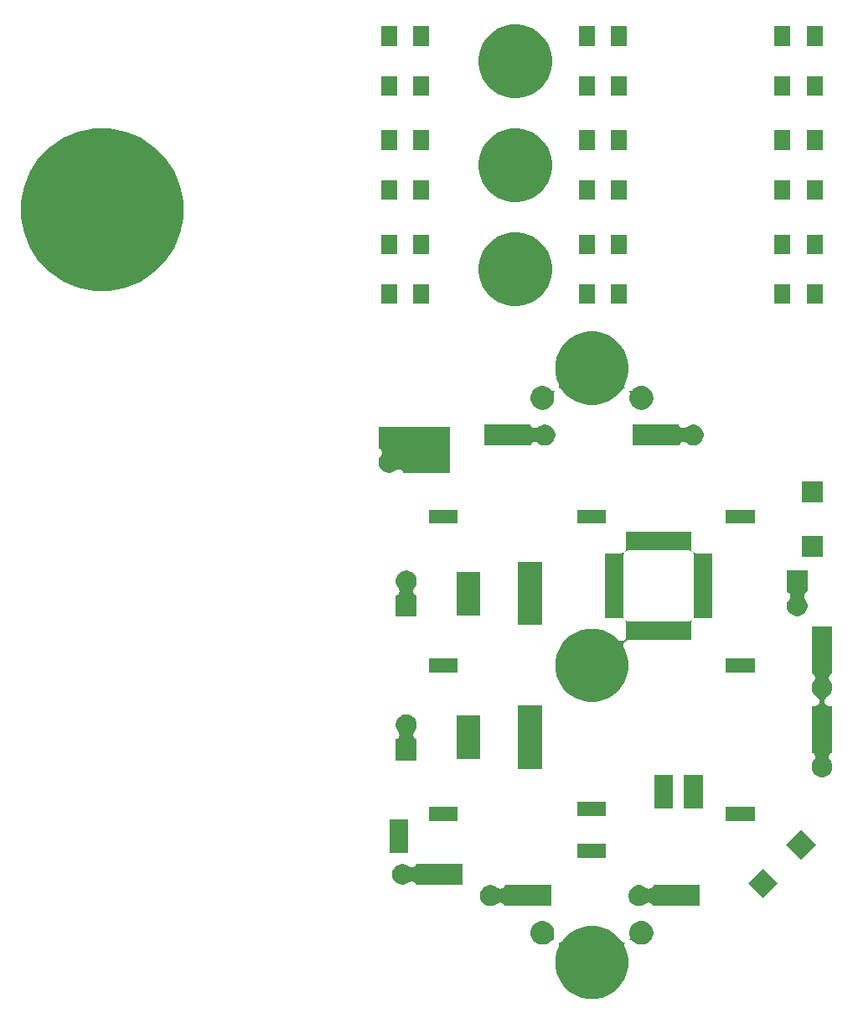
<source format=gbr>
G04 #@! TF.GenerationSoftware,KiCad,Pcbnew,(5.0.0-3-g5ebb6b6)*
G04 #@! TF.CreationDate,2019-01-04T13:26:37+03:00*
G04 #@! TF.ProjectId,uad,7561642E6B696361645F706362000000,rev?*
G04 #@! TF.SameCoordinates,Original*
G04 #@! TF.FileFunction,Soldermask,Top*
G04 #@! TF.FilePolarity,Negative*
%FSLAX46Y46*%
G04 Gerber Fmt 4.6, Leading zero omitted, Abs format (unit mm)*
G04 Created by KiCad (PCBNEW (5.0.0-3-g5ebb6b6)) date *
%MOMM*%
%LPD*%
G01*
G04 APERTURE LIST*
%ADD10C,0.100000*%
G04 APERTURE END LIST*
D10*
G36*
X145829250Y-138942189D02*
X146502607Y-139221102D01*
X147108613Y-139626022D01*
X147623978Y-140141387D01*
X147693851Y-140245959D01*
X147694185Y-140246460D01*
X147756366Y-140322229D01*
X147832134Y-140384410D01*
X147918577Y-140430615D01*
X148012374Y-140459068D01*
X148109919Y-140468676D01*
X148117803Y-140467900D01*
X148091795Y-140516557D01*
X148063342Y-140610354D01*
X148053735Y-140707899D01*
X148063342Y-140805444D01*
X148091795Y-140899240D01*
X148307811Y-141420750D01*
X148450000Y-142135582D01*
X148450000Y-142864418D01*
X148307811Y-143579250D01*
X148028898Y-144252607D01*
X147623978Y-144858613D01*
X147108613Y-145373978D01*
X146502607Y-145778898D01*
X145829250Y-146057811D01*
X145114418Y-146200000D01*
X144385582Y-146200000D01*
X143670750Y-146057811D01*
X142997393Y-145778898D01*
X142391387Y-145373978D01*
X141876022Y-144858613D01*
X141471102Y-144252607D01*
X141192189Y-143579250D01*
X141050000Y-142864418D01*
X141050000Y-142135582D01*
X141192189Y-141420750D01*
X141408205Y-140899240D01*
X141436658Y-140805444D01*
X141446265Y-140707899D01*
X141436658Y-140610353D01*
X141408205Y-140516557D01*
X141382197Y-140467900D01*
X141390081Y-140468676D01*
X141487626Y-140459068D01*
X141581423Y-140430615D01*
X141667866Y-140384410D01*
X141743634Y-140322229D01*
X141805815Y-140246460D01*
X141806150Y-140245959D01*
X141876022Y-140141387D01*
X142391387Y-139626022D01*
X142997393Y-139221102D01*
X143670750Y-138942189D01*
X144385582Y-138800000D01*
X145114418Y-138800000D01*
X145829250Y-138942189D01*
X145829250Y-138942189D01*
G37*
G36*
X139960925Y-138318446D02*
X140100030Y-138346116D01*
X140318413Y-138436573D01*
X140514958Y-138567900D01*
X140682100Y-138735042D01*
X140813427Y-138931587D01*
X140903884Y-139149970D01*
X140950000Y-139381812D01*
X140950000Y-139618189D01*
X140899687Y-139871132D01*
X140890080Y-139968677D01*
X140899688Y-140066222D01*
X140928141Y-140160019D01*
X140954149Y-140208675D01*
X140946265Y-140207899D01*
X140848719Y-140217506D01*
X140754923Y-140245959D01*
X140668480Y-140292164D01*
X140592712Y-140354346D01*
X140514958Y-140432100D01*
X140318413Y-140563427D01*
X140100030Y-140653884D01*
X139960925Y-140681554D01*
X139868190Y-140700000D01*
X139631810Y-140700000D01*
X139539075Y-140681554D01*
X139399970Y-140653884D01*
X139181587Y-140563427D01*
X138985042Y-140432100D01*
X138817900Y-140264958D01*
X138686573Y-140068413D01*
X138596116Y-139850030D01*
X138568446Y-139710925D01*
X138550000Y-139618190D01*
X138550000Y-139381810D01*
X138581967Y-139221102D01*
X138596116Y-139149970D01*
X138686573Y-138931587D01*
X138817900Y-138735042D01*
X138985042Y-138567900D01*
X139181587Y-138436573D01*
X139399970Y-138346116D01*
X139539075Y-138318446D01*
X139631810Y-138300000D01*
X139868190Y-138300000D01*
X139960925Y-138318446D01*
X139960925Y-138318446D01*
G37*
G36*
X149960925Y-138318446D02*
X150100030Y-138346116D01*
X150318413Y-138436573D01*
X150514958Y-138567900D01*
X150682100Y-138735042D01*
X150813427Y-138931587D01*
X150903884Y-139149970D01*
X150918033Y-139221102D01*
X150950000Y-139381810D01*
X150950000Y-139618190D01*
X150931554Y-139710925D01*
X150903884Y-139850030D01*
X150813427Y-140068413D01*
X150682100Y-140264958D01*
X150514958Y-140432100D01*
X150318413Y-140563427D01*
X150100030Y-140653884D01*
X149960925Y-140681554D01*
X149868190Y-140700000D01*
X149631810Y-140700000D01*
X149539075Y-140681554D01*
X149399970Y-140653884D01*
X149181587Y-140563427D01*
X148985042Y-140432100D01*
X148907288Y-140354346D01*
X148831520Y-140292164D01*
X148745077Y-140245959D01*
X148651280Y-140217506D01*
X148553735Y-140207899D01*
X148545851Y-140208675D01*
X148571859Y-140160019D01*
X148600312Y-140066222D01*
X148609920Y-139968677D01*
X148600313Y-139871132D01*
X148550000Y-139618189D01*
X148550000Y-139381812D01*
X148596116Y-139149970D01*
X148686573Y-138931587D01*
X148817900Y-138735042D01*
X148985042Y-138567900D01*
X149181587Y-138436573D01*
X149399970Y-138346116D01*
X149539075Y-138318446D01*
X149631810Y-138300000D01*
X149868190Y-138300000D01*
X149960925Y-138318446D01*
X149960925Y-138318446D01*
G37*
G36*
X149806274Y-134740350D02*
X149997362Y-134819502D01*
X150169336Y-134934411D01*
X150169337Y-134934412D01*
X150208014Y-134960255D01*
X150212215Y-134963703D01*
X150298658Y-135009908D01*
X150392455Y-135038361D01*
X150490000Y-135047968D01*
X150587545Y-135038361D01*
X150681342Y-135009908D01*
X150767785Y-134963703D01*
X150843553Y-134901521D01*
X150905735Y-134825753D01*
X150951940Y-134739310D01*
X150963865Y-134700000D01*
X155630000Y-134700000D01*
X155630000Y-136800000D01*
X150963865Y-136800000D01*
X150951940Y-136760690D01*
X150905735Y-136674247D01*
X150843553Y-136598479D01*
X150767785Y-136536297D01*
X150681342Y-136490092D01*
X150587545Y-136461639D01*
X150490000Y-136452032D01*
X150392455Y-136461639D01*
X150298658Y-136490092D01*
X150212215Y-136536297D01*
X150208014Y-136539745D01*
X150169337Y-136565588D01*
X150169336Y-136565589D01*
X149997362Y-136680498D01*
X149806274Y-136759650D01*
X149603416Y-136800000D01*
X149396584Y-136800000D01*
X149193726Y-136759650D01*
X149002638Y-136680498D01*
X148830664Y-136565589D01*
X148830662Y-136565587D01*
X148830659Y-136565585D01*
X148684415Y-136419341D01*
X148684413Y-136419338D01*
X148684411Y-136419336D01*
X148569502Y-136247362D01*
X148490350Y-136056274D01*
X148450000Y-135853416D01*
X148450000Y-135646584D01*
X148490350Y-135443726D01*
X148569502Y-135252638D01*
X148684411Y-135080664D01*
X148684413Y-135080662D01*
X148684415Y-135080659D01*
X148830659Y-134934415D01*
X148830662Y-134934413D01*
X148830664Y-134934411D01*
X149002638Y-134819502D01*
X149193726Y-134740350D01*
X149396584Y-134700000D01*
X149603416Y-134700000D01*
X149806274Y-134740350D01*
X149806274Y-134740350D01*
G37*
G36*
X134806274Y-134740350D02*
X134997362Y-134819502D01*
X135169336Y-134934411D01*
X135169337Y-134934412D01*
X135208014Y-134960255D01*
X135212215Y-134963703D01*
X135298658Y-135009908D01*
X135392455Y-135038361D01*
X135490000Y-135047968D01*
X135587545Y-135038361D01*
X135681342Y-135009908D01*
X135767785Y-134963703D01*
X135843553Y-134901521D01*
X135905735Y-134825753D01*
X135951940Y-134739310D01*
X135963865Y-134700000D01*
X140630000Y-134700000D01*
X140630000Y-136800000D01*
X135963865Y-136800000D01*
X135951940Y-136760690D01*
X135905735Y-136674247D01*
X135843553Y-136598479D01*
X135767785Y-136536297D01*
X135681342Y-136490092D01*
X135587545Y-136461639D01*
X135490000Y-136452032D01*
X135392455Y-136461639D01*
X135298658Y-136490092D01*
X135212215Y-136536297D01*
X135208014Y-136539745D01*
X135169337Y-136565588D01*
X135169336Y-136565589D01*
X134997362Y-136680498D01*
X134806274Y-136759650D01*
X134603416Y-136800000D01*
X134396584Y-136800000D01*
X134193726Y-136759650D01*
X134002638Y-136680498D01*
X133830664Y-136565589D01*
X133830662Y-136565587D01*
X133830659Y-136565585D01*
X133684415Y-136419341D01*
X133684413Y-136419338D01*
X133684411Y-136419336D01*
X133569502Y-136247362D01*
X133490350Y-136056274D01*
X133450000Y-135853416D01*
X133450000Y-135646584D01*
X133490350Y-135443726D01*
X133569502Y-135252638D01*
X133684411Y-135080664D01*
X133684413Y-135080662D01*
X133684415Y-135080659D01*
X133830659Y-134934415D01*
X133830662Y-134934413D01*
X133830664Y-134934411D01*
X134002638Y-134819502D01*
X134193726Y-134740350D01*
X134396584Y-134700000D01*
X134603416Y-134700000D01*
X134806274Y-134740350D01*
X134806274Y-134740350D01*
G37*
G36*
X163484925Y-134500000D02*
X162000000Y-135984925D01*
X160515075Y-134500000D01*
X162000000Y-133015075D01*
X163484925Y-134500000D01*
X163484925Y-134500000D01*
G37*
G36*
X125906274Y-132590350D02*
X126097362Y-132669502D01*
X126269336Y-132784411D01*
X126269338Y-132784413D01*
X126272216Y-132786336D01*
X126358660Y-132832540D01*
X126452456Y-132860993D01*
X126550002Y-132870600D01*
X126647547Y-132860992D01*
X126741343Y-132832539D01*
X126827786Y-132786334D01*
X126903554Y-132724152D01*
X126965736Y-132648384D01*
X127011940Y-132561940D01*
X127015562Y-132550000D01*
X131650000Y-132550000D01*
X131650000Y-134650000D01*
X127015563Y-134650000D01*
X127011940Y-134638058D01*
X126965735Y-134551615D01*
X126903553Y-134475847D01*
X126827785Y-134413665D01*
X126741342Y-134367460D01*
X126647545Y-134339007D01*
X126550000Y-134329400D01*
X126452455Y-134339007D01*
X126358658Y-134367460D01*
X126272216Y-134413664D01*
X126269338Y-134415587D01*
X126269336Y-134415589D01*
X126097362Y-134530498D01*
X125906274Y-134609650D01*
X125703416Y-134650000D01*
X125496584Y-134650000D01*
X125293726Y-134609650D01*
X125102638Y-134530498D01*
X124930664Y-134415589D01*
X124930662Y-134415587D01*
X124930659Y-134415585D01*
X124784415Y-134269341D01*
X124784413Y-134269338D01*
X124784411Y-134269336D01*
X124669502Y-134097362D01*
X124590350Y-133906274D01*
X124550000Y-133703416D01*
X124550000Y-133496584D01*
X124590350Y-133293726D01*
X124669502Y-133102638D01*
X124784411Y-132930664D01*
X124784413Y-132930662D01*
X124784415Y-132930659D01*
X124930659Y-132784415D01*
X124930662Y-132784413D01*
X124930664Y-132784411D01*
X125102638Y-132669502D01*
X125293726Y-132590350D01*
X125496584Y-132550000D01*
X125703416Y-132550000D01*
X125906274Y-132590350D01*
X125906274Y-132590350D01*
G37*
G36*
X167374012Y-130610913D02*
X165889087Y-132095838D01*
X164404162Y-130610913D01*
X165889087Y-129125988D01*
X167374012Y-130610913D01*
X167374012Y-130610913D01*
G37*
G36*
X146200000Y-131950000D02*
X143300000Y-131950000D01*
X143300000Y-130550000D01*
X146200000Y-130550000D01*
X146200000Y-131950000D01*
X146200000Y-131950000D01*
G37*
G36*
X126200000Y-131450000D02*
X124300000Y-131450000D01*
X124300000Y-128050000D01*
X126200000Y-128050000D01*
X126200000Y-131450000D01*
X126200000Y-131450000D01*
G37*
G36*
X161200000Y-128200000D02*
X158300000Y-128200000D01*
X158300000Y-126800000D01*
X161200000Y-126800000D01*
X161200000Y-128200000D01*
X161200000Y-128200000D01*
G37*
G36*
X131200000Y-128200000D02*
X128300000Y-128200000D01*
X128300000Y-126800000D01*
X131200000Y-126800000D01*
X131200000Y-128200000D01*
X131200000Y-128200000D01*
G37*
G36*
X146200000Y-127700000D02*
X143300000Y-127700000D01*
X143300000Y-126300000D01*
X146200000Y-126300000D01*
X146200000Y-127700000D01*
X146200000Y-127700000D01*
G37*
G36*
X155950000Y-126950000D02*
X154050000Y-126950000D01*
X154050000Y-123550000D01*
X155950000Y-123550000D01*
X155950000Y-126950000D01*
X155950000Y-126950000D01*
G37*
G36*
X152950000Y-126950000D02*
X151050000Y-126950000D01*
X151050000Y-123550000D01*
X152950000Y-123550000D01*
X152950000Y-126950000D01*
X152950000Y-126950000D01*
G37*
G36*
X169050000Y-113286135D02*
X169010690Y-113298060D01*
X168924247Y-113344265D01*
X168848479Y-113406447D01*
X168786297Y-113482215D01*
X168740092Y-113568658D01*
X168711639Y-113662455D01*
X168702032Y-113760000D01*
X168711639Y-113857545D01*
X168740092Y-113951342D01*
X168786297Y-114037785D01*
X168789745Y-114041986D01*
X168815588Y-114080663D01*
X168815589Y-114080664D01*
X168930498Y-114252638D01*
X169009650Y-114443726D01*
X169050000Y-114646584D01*
X169050000Y-114853416D01*
X169009650Y-115056274D01*
X168930498Y-115247362D01*
X168815589Y-115419336D01*
X168815587Y-115419338D01*
X168815585Y-115419341D01*
X168669341Y-115565585D01*
X168669338Y-115565587D01*
X168669336Y-115565589D01*
X168497362Y-115680498D01*
X168497358Y-115680500D01*
X168461792Y-115704264D01*
X168386024Y-115766446D01*
X168323842Y-115842214D01*
X168277637Y-115928657D01*
X168249184Y-116022453D01*
X168239576Y-116119999D01*
X168249183Y-116217544D01*
X168277636Y-116311340D01*
X168323840Y-116397784D01*
X168386022Y-116473552D01*
X168461790Y-116535734D01*
X168548233Y-116581939D01*
X168642029Y-116610392D01*
X168739576Y-116620000D01*
X169050000Y-116620000D01*
X169050000Y-121286135D01*
X169010690Y-121298060D01*
X168924247Y-121344265D01*
X168848479Y-121406447D01*
X168786297Y-121482215D01*
X168740092Y-121568658D01*
X168711639Y-121662455D01*
X168702032Y-121760000D01*
X168711639Y-121857545D01*
X168740092Y-121951342D01*
X168786297Y-122037785D01*
X168789745Y-122041986D01*
X168815588Y-122080663D01*
X168815589Y-122080664D01*
X168930498Y-122252638D01*
X169009650Y-122443726D01*
X169050000Y-122646584D01*
X169050000Y-122853416D01*
X169009650Y-123056274D01*
X168930498Y-123247362D01*
X168815589Y-123419336D01*
X168815587Y-123419338D01*
X168815585Y-123419341D01*
X168669341Y-123565585D01*
X168669338Y-123565587D01*
X168669336Y-123565589D01*
X168497362Y-123680498D01*
X168306274Y-123759650D01*
X168103416Y-123800000D01*
X167896584Y-123800000D01*
X167693726Y-123759650D01*
X167502638Y-123680498D01*
X167330664Y-123565589D01*
X167330662Y-123565587D01*
X167330659Y-123565585D01*
X167184415Y-123419341D01*
X167184413Y-123419338D01*
X167184411Y-123419336D01*
X167069502Y-123247362D01*
X166990350Y-123056274D01*
X166950000Y-122853416D01*
X166950000Y-122646584D01*
X166990350Y-122443726D01*
X167069502Y-122252638D01*
X167184411Y-122080664D01*
X167184412Y-122080663D01*
X167210255Y-122041986D01*
X167213703Y-122037785D01*
X167259908Y-121951342D01*
X167288361Y-121857545D01*
X167297968Y-121760000D01*
X167288361Y-121662455D01*
X167259908Y-121568658D01*
X167213703Y-121482215D01*
X167151521Y-121406447D01*
X167075753Y-121344265D01*
X166989310Y-121298060D01*
X166950000Y-121286135D01*
X166950000Y-116620000D01*
X167260424Y-116620000D01*
X167357969Y-116610393D01*
X167451766Y-116581940D01*
X167538209Y-116535735D01*
X167613977Y-116473553D01*
X167676159Y-116397785D01*
X167722364Y-116311342D01*
X167750817Y-116217545D01*
X167760424Y-116120000D01*
X167750817Y-116022455D01*
X167722364Y-115928658D01*
X167676159Y-115842215D01*
X167613977Y-115766447D01*
X167538208Y-115704264D01*
X167502642Y-115680500D01*
X167502638Y-115680498D01*
X167330664Y-115565589D01*
X167330662Y-115565587D01*
X167330659Y-115565585D01*
X167184415Y-115419341D01*
X167184413Y-115419338D01*
X167184411Y-115419336D01*
X167069502Y-115247362D01*
X166990350Y-115056274D01*
X166950000Y-114853416D01*
X166950000Y-114646584D01*
X166990350Y-114443726D01*
X167069502Y-114252638D01*
X167184411Y-114080664D01*
X167184412Y-114080663D01*
X167210255Y-114041986D01*
X167213703Y-114037785D01*
X167259908Y-113951342D01*
X167288361Y-113857545D01*
X167297968Y-113760000D01*
X167288361Y-113662455D01*
X167259908Y-113568658D01*
X167213703Y-113482215D01*
X167151521Y-113406447D01*
X167075753Y-113344265D01*
X166989310Y-113298060D01*
X166950000Y-113286135D01*
X166950000Y-108620000D01*
X169050000Y-108620000D01*
X169050000Y-113286135D01*
X169050000Y-113286135D01*
G37*
G36*
X139700000Y-122950000D02*
X137300000Y-122950000D01*
X137300000Y-116550000D01*
X139700000Y-116550000D01*
X139700000Y-122950000D01*
X139700000Y-122950000D01*
G37*
G36*
X126306274Y-117490350D02*
X126497362Y-117569502D01*
X126669336Y-117684411D01*
X126669338Y-117684413D01*
X126669341Y-117684415D01*
X126815585Y-117830659D01*
X126815587Y-117830662D01*
X126815589Y-117830664D01*
X126930498Y-118002638D01*
X127009650Y-118193726D01*
X127050000Y-118396584D01*
X127050000Y-118603416D01*
X127009650Y-118806274D01*
X126930498Y-118997362D01*
X126821827Y-119160000D01*
X126789745Y-119208014D01*
X126786297Y-119212215D01*
X126740092Y-119298658D01*
X126711639Y-119392455D01*
X126702032Y-119490000D01*
X126711639Y-119587545D01*
X126740092Y-119681342D01*
X126786297Y-119767785D01*
X126848479Y-119843553D01*
X126924247Y-119905735D01*
X127010690Y-119951940D01*
X127050000Y-119963865D01*
X127050000Y-122090000D01*
X124950000Y-122090000D01*
X124950000Y-119963865D01*
X124989310Y-119951940D01*
X125075753Y-119905735D01*
X125151521Y-119843553D01*
X125213703Y-119767785D01*
X125259908Y-119681342D01*
X125288361Y-119587545D01*
X125297968Y-119490000D01*
X125288361Y-119392455D01*
X125259908Y-119298658D01*
X125213703Y-119212215D01*
X125210255Y-119208014D01*
X125178173Y-119160000D01*
X125069502Y-118997362D01*
X124990350Y-118806274D01*
X124950000Y-118603416D01*
X124950000Y-118396584D01*
X124990350Y-118193726D01*
X125069502Y-118002638D01*
X125184411Y-117830664D01*
X125184413Y-117830662D01*
X125184415Y-117830659D01*
X125330659Y-117684415D01*
X125330662Y-117684413D01*
X125330664Y-117684411D01*
X125502638Y-117569502D01*
X125693726Y-117490350D01*
X125896584Y-117450000D01*
X126103416Y-117450000D01*
X126306274Y-117490350D01*
X126306274Y-117490350D01*
G37*
G36*
X133450000Y-121950000D02*
X131050000Y-121950000D01*
X131050000Y-117550000D01*
X133450000Y-117550000D01*
X133450000Y-121950000D01*
X133450000Y-121950000D01*
G37*
G36*
X154859265Y-107947215D02*
X154813060Y-108033658D01*
X154784607Y-108127455D01*
X154775000Y-108225000D01*
X154775000Y-109950000D01*
X148431531Y-109950000D01*
X148333986Y-109959607D01*
X148240189Y-109988060D01*
X148153746Y-110034265D01*
X148077978Y-110096447D01*
X148015796Y-110172215D01*
X147969591Y-110258658D01*
X147941138Y-110352455D01*
X147931531Y-110450000D01*
X147941138Y-110547545D01*
X147969591Y-110641342D01*
X148015797Y-110727786D01*
X148028898Y-110747392D01*
X148028898Y-110747393D01*
X148307811Y-111420750D01*
X148450000Y-112135582D01*
X148450000Y-112864418D01*
X148307811Y-113579250D01*
X148028898Y-114252607D01*
X147623978Y-114858613D01*
X147108613Y-115373978D01*
X146502607Y-115778898D01*
X145829250Y-116057811D01*
X145114418Y-116200000D01*
X144385582Y-116200000D01*
X143670750Y-116057811D01*
X142997393Y-115778898D01*
X142391387Y-115373978D01*
X141876022Y-114858613D01*
X141471102Y-114252607D01*
X141192189Y-113579250D01*
X141050000Y-112864418D01*
X141050000Y-112135582D01*
X141192189Y-111420750D01*
X141471102Y-110747393D01*
X141876022Y-110141387D01*
X142391387Y-109626022D01*
X142997393Y-109221102D01*
X143670750Y-108942189D01*
X144385582Y-108800000D01*
X145114418Y-108800000D01*
X145829250Y-108942189D01*
X146502607Y-109221102D01*
X147108613Y-109626022D01*
X147371447Y-109888856D01*
X147447215Y-109951038D01*
X147533658Y-109997243D01*
X147627455Y-110025696D01*
X147725000Y-110035303D01*
X147822545Y-110025696D01*
X147916342Y-109997243D01*
X148002785Y-109951038D01*
X148078553Y-109888856D01*
X148140735Y-109813088D01*
X148186940Y-109726645D01*
X148215393Y-109632848D01*
X148225000Y-109535303D01*
X148225000Y-108225000D01*
X148215393Y-108127455D01*
X148186940Y-108033658D01*
X148140735Y-107947215D01*
X148122346Y-107924808D01*
X148172215Y-107965735D01*
X148258658Y-108011940D01*
X148352455Y-108040393D01*
X148450000Y-108050000D01*
X154550000Y-108050000D01*
X154647545Y-108040393D01*
X154741342Y-108011940D01*
X154827785Y-107965735D01*
X154877654Y-107924808D01*
X154859265Y-107947215D01*
X154859265Y-107947215D01*
G37*
G36*
X161200000Y-113200000D02*
X158300000Y-113200000D01*
X158300000Y-111800000D01*
X161200000Y-111800000D01*
X161200000Y-113200000D01*
X161200000Y-113200000D01*
G37*
G36*
X131200000Y-113200000D02*
X128300000Y-113200000D01*
X128300000Y-111800000D01*
X131200000Y-111800000D01*
X131200000Y-113200000D01*
X131200000Y-113200000D01*
G37*
G36*
X139700000Y-108450000D02*
X137300000Y-108450000D01*
X137300000Y-102050000D01*
X139700000Y-102050000D01*
X139700000Y-108450000D01*
X139700000Y-108450000D01*
G37*
G36*
X154775000Y-100675000D02*
X154784607Y-100772545D01*
X154813060Y-100866342D01*
X154859265Y-100952785D01*
X154921447Y-101028553D01*
X154997215Y-101090735D01*
X155083658Y-101136940D01*
X155177455Y-101165393D01*
X155275000Y-101175000D01*
X156950000Y-101175000D01*
X156950000Y-107725000D01*
X155275000Y-107725000D01*
X155177455Y-107734607D01*
X155083658Y-107763060D01*
X154997215Y-107809265D01*
X154947346Y-107850192D01*
X154965735Y-107827785D01*
X155011940Y-107741342D01*
X155040393Y-107647545D01*
X155050000Y-107550000D01*
X155050000Y-101400000D01*
X155040393Y-101302455D01*
X155011940Y-101208658D01*
X154965735Y-101122215D01*
X154903553Y-101046447D01*
X154827785Y-100984265D01*
X154741342Y-100938060D01*
X154647545Y-100909607D01*
X154550000Y-100900000D01*
X148450000Y-100900000D01*
X148352455Y-100909607D01*
X148258658Y-100938060D01*
X148172215Y-100984265D01*
X148096447Y-101046447D01*
X148034265Y-101122215D01*
X147988060Y-101208658D01*
X147959607Y-101302455D01*
X147950000Y-101400000D01*
X147950000Y-107550000D01*
X147959607Y-107647545D01*
X147988060Y-107741342D01*
X148034265Y-107827785D01*
X148052654Y-107850192D01*
X148002785Y-107809265D01*
X147916342Y-107763060D01*
X147822545Y-107734607D01*
X147725000Y-107725000D01*
X146050000Y-107725000D01*
X146050000Y-101175000D01*
X147725000Y-101175000D01*
X147822545Y-101165393D01*
X147916342Y-101136940D01*
X148002785Y-101090735D01*
X148078553Y-101028553D01*
X148140735Y-100952785D01*
X148186940Y-100866342D01*
X148215393Y-100772545D01*
X148225000Y-100675000D01*
X148225000Y-99000000D01*
X154775000Y-99000000D01*
X154775000Y-100675000D01*
X154775000Y-100675000D01*
G37*
G36*
X126306274Y-102990350D02*
X126497362Y-103069502D01*
X126669336Y-103184411D01*
X126669338Y-103184413D01*
X126669341Y-103184415D01*
X126815585Y-103330659D01*
X126815587Y-103330662D01*
X126815589Y-103330664D01*
X126930498Y-103502638D01*
X127009650Y-103693726D01*
X127050000Y-103896584D01*
X127050000Y-104103416D01*
X127009650Y-104306274D01*
X126930498Y-104497362D01*
X126815589Y-104669336D01*
X126789745Y-104708014D01*
X126786297Y-104712215D01*
X126740092Y-104798658D01*
X126711639Y-104892455D01*
X126702032Y-104990000D01*
X126711639Y-105087545D01*
X126740092Y-105181342D01*
X126786297Y-105267785D01*
X126848479Y-105343553D01*
X126924247Y-105405735D01*
X127010690Y-105451940D01*
X127050000Y-105463865D01*
X127050000Y-107590000D01*
X124950000Y-107590000D01*
X124950000Y-105463865D01*
X124989310Y-105451940D01*
X125075753Y-105405735D01*
X125151521Y-105343553D01*
X125213703Y-105267785D01*
X125259908Y-105181342D01*
X125288361Y-105087545D01*
X125297968Y-104990000D01*
X125288361Y-104892455D01*
X125259908Y-104798658D01*
X125213703Y-104712215D01*
X125210255Y-104708014D01*
X125184411Y-104669336D01*
X125069502Y-104497362D01*
X124990350Y-104306274D01*
X124950000Y-104103416D01*
X124950000Y-103896584D01*
X124990350Y-103693726D01*
X125069502Y-103502638D01*
X125184411Y-103330664D01*
X125184413Y-103330662D01*
X125184415Y-103330659D01*
X125330659Y-103184415D01*
X125330662Y-103184413D01*
X125330664Y-103184411D01*
X125502638Y-103069502D01*
X125693726Y-102990350D01*
X125896584Y-102950000D01*
X126103416Y-102950000D01*
X126306274Y-102990350D01*
X126306274Y-102990350D01*
G37*
G36*
X166550000Y-105036135D02*
X166510690Y-105048060D01*
X166424247Y-105094265D01*
X166348479Y-105156447D01*
X166286297Y-105232215D01*
X166240092Y-105318658D01*
X166211639Y-105412455D01*
X166202032Y-105510000D01*
X166211639Y-105607545D01*
X166240092Y-105701342D01*
X166286297Y-105787785D01*
X166289745Y-105791986D01*
X166315588Y-105830663D01*
X166315589Y-105830664D01*
X166430498Y-106002638D01*
X166509650Y-106193726D01*
X166550000Y-106396584D01*
X166550000Y-106603416D01*
X166509650Y-106806274D01*
X166430498Y-106997362D01*
X166315589Y-107169336D01*
X166315587Y-107169338D01*
X166315585Y-107169341D01*
X166169341Y-107315585D01*
X166169338Y-107315587D01*
X166169336Y-107315589D01*
X165997362Y-107430498D01*
X165806274Y-107509650D01*
X165603416Y-107550000D01*
X165396584Y-107550000D01*
X165193726Y-107509650D01*
X165002638Y-107430498D01*
X164830664Y-107315589D01*
X164830662Y-107315587D01*
X164830659Y-107315585D01*
X164684415Y-107169341D01*
X164684413Y-107169338D01*
X164684411Y-107169336D01*
X164569502Y-106997362D01*
X164490350Y-106806274D01*
X164450000Y-106603416D01*
X164450000Y-106396584D01*
X164490350Y-106193726D01*
X164569502Y-106002638D01*
X164684411Y-105830664D01*
X164684412Y-105830663D01*
X164710255Y-105791986D01*
X164713703Y-105787785D01*
X164759908Y-105701342D01*
X164788361Y-105607545D01*
X164797968Y-105510000D01*
X164788361Y-105412455D01*
X164759908Y-105318658D01*
X164713703Y-105232215D01*
X164651521Y-105156447D01*
X164575753Y-105094265D01*
X164489310Y-105048060D01*
X164450000Y-105036135D01*
X164450000Y-102910000D01*
X166550000Y-102910000D01*
X166550000Y-105036135D01*
X166550000Y-105036135D01*
G37*
G36*
X133450000Y-107450000D02*
X131050000Y-107450000D01*
X131050000Y-103050000D01*
X133450000Y-103050000D01*
X133450000Y-107450000D01*
X133450000Y-107450000D01*
G37*
G36*
X168050000Y-101550000D02*
X165950000Y-101550000D01*
X165950000Y-99450000D01*
X168050000Y-99450000D01*
X168050000Y-101550000D01*
X168050000Y-101550000D01*
G37*
G36*
X161200000Y-98200000D02*
X158300000Y-98200000D01*
X158300000Y-96800000D01*
X161200000Y-96800000D01*
X161200000Y-98200000D01*
X161200000Y-98200000D01*
G37*
G36*
X146200000Y-98200000D02*
X143300000Y-98200000D01*
X143300000Y-96800000D01*
X146200000Y-96800000D01*
X146200000Y-98200000D01*
X146200000Y-98200000D01*
G37*
G36*
X131200000Y-98200000D02*
X128300000Y-98200000D01*
X128300000Y-96800000D01*
X131200000Y-96800000D01*
X131200000Y-98200000D01*
X131200000Y-98200000D01*
G37*
G36*
X168050000Y-96050000D02*
X165950000Y-96050000D01*
X165950000Y-93950000D01*
X168050000Y-93950000D01*
X168050000Y-96050000D01*
X168050000Y-96050000D01*
G37*
G36*
X130380000Y-93050000D02*
X125713865Y-93050000D01*
X125701940Y-93010690D01*
X125655735Y-92924247D01*
X125593553Y-92848479D01*
X125517785Y-92786297D01*
X125431342Y-92740092D01*
X125337545Y-92711639D01*
X125240000Y-92702032D01*
X125142455Y-92711639D01*
X125048658Y-92740092D01*
X124962215Y-92786297D01*
X124958014Y-92789745D01*
X124919337Y-92815588D01*
X124919336Y-92815589D01*
X124747362Y-92930498D01*
X124556274Y-93009650D01*
X124353416Y-93050000D01*
X124146584Y-93050000D01*
X123943726Y-93009650D01*
X123752638Y-92930498D01*
X123580664Y-92815589D01*
X123580662Y-92815587D01*
X123580659Y-92815585D01*
X123434415Y-92669341D01*
X123434413Y-92669338D01*
X123434411Y-92669336D01*
X123319502Y-92497362D01*
X123240350Y-92306274D01*
X123200000Y-92103416D01*
X123200000Y-91896584D01*
X123240350Y-91693726D01*
X123319502Y-91502638D01*
X123434411Y-91330664D01*
X123434412Y-91330663D01*
X123460255Y-91291986D01*
X123463703Y-91287785D01*
X123509908Y-91201342D01*
X123538361Y-91107545D01*
X123547968Y-91010000D01*
X123538361Y-90912455D01*
X123509908Y-90818658D01*
X123463703Y-90732215D01*
X123401521Y-90656447D01*
X123325753Y-90594265D01*
X123239310Y-90548060D01*
X123200000Y-90536135D01*
X123200000Y-88410000D01*
X130380000Y-88410000D01*
X130380000Y-93050000D01*
X130380000Y-93050000D01*
G37*
G36*
X153548060Y-88239310D02*
X153594265Y-88325753D01*
X153656447Y-88401521D01*
X153732215Y-88463703D01*
X153818658Y-88509908D01*
X153912455Y-88538361D01*
X154010000Y-88547968D01*
X154107545Y-88538361D01*
X154201342Y-88509908D01*
X154287785Y-88463703D01*
X154291986Y-88460255D01*
X154330663Y-88434412D01*
X154330664Y-88434411D01*
X154502638Y-88319502D01*
X154693726Y-88240350D01*
X154896584Y-88200000D01*
X155103416Y-88200000D01*
X155306274Y-88240350D01*
X155497362Y-88319502D01*
X155669336Y-88434411D01*
X155669338Y-88434413D01*
X155669341Y-88434415D01*
X155815585Y-88580659D01*
X155815587Y-88580662D01*
X155815589Y-88580664D01*
X155930498Y-88752638D01*
X156009650Y-88943726D01*
X156050000Y-89146584D01*
X156050000Y-89353416D01*
X156009650Y-89556274D01*
X155930498Y-89747362D01*
X155815589Y-89919336D01*
X155815587Y-89919338D01*
X155815585Y-89919341D01*
X155669341Y-90065585D01*
X155669338Y-90065587D01*
X155669336Y-90065589D01*
X155497362Y-90180498D01*
X155306274Y-90259650D01*
X155103416Y-90300000D01*
X154896584Y-90300000D01*
X154693726Y-90259650D01*
X154502638Y-90180498D01*
X154330664Y-90065589D01*
X154330663Y-90065588D01*
X154291986Y-90039745D01*
X154287785Y-90036297D01*
X154201342Y-89990092D01*
X154107545Y-89961639D01*
X154010000Y-89952032D01*
X153912455Y-89961639D01*
X153818658Y-89990092D01*
X153732215Y-90036297D01*
X153656447Y-90098479D01*
X153594265Y-90174247D01*
X153548060Y-90260690D01*
X153536135Y-90300000D01*
X148870000Y-90300000D01*
X148870000Y-88200000D01*
X153536135Y-88200000D01*
X153548060Y-88239310D01*
X153548060Y-88239310D01*
G37*
G36*
X138548060Y-88239310D02*
X138594265Y-88325753D01*
X138656447Y-88401521D01*
X138732215Y-88463703D01*
X138818658Y-88509908D01*
X138912455Y-88538361D01*
X139010000Y-88547968D01*
X139107545Y-88538361D01*
X139201342Y-88509908D01*
X139287785Y-88463703D01*
X139291986Y-88460255D01*
X139330663Y-88434412D01*
X139330664Y-88434411D01*
X139502638Y-88319502D01*
X139693726Y-88240350D01*
X139896584Y-88200000D01*
X140103416Y-88200000D01*
X140306274Y-88240350D01*
X140497362Y-88319502D01*
X140669336Y-88434411D01*
X140669338Y-88434413D01*
X140669341Y-88434415D01*
X140815585Y-88580659D01*
X140815587Y-88580662D01*
X140815589Y-88580664D01*
X140930498Y-88752638D01*
X141009650Y-88943726D01*
X141050000Y-89146584D01*
X141050000Y-89353416D01*
X141009650Y-89556274D01*
X140930498Y-89747362D01*
X140815589Y-89919336D01*
X140815587Y-89919338D01*
X140815585Y-89919341D01*
X140669341Y-90065585D01*
X140669338Y-90065587D01*
X140669336Y-90065589D01*
X140497362Y-90180498D01*
X140306274Y-90259650D01*
X140103416Y-90300000D01*
X139896584Y-90300000D01*
X139693726Y-90259650D01*
X139502638Y-90180498D01*
X139330664Y-90065589D01*
X139330663Y-90065588D01*
X139291986Y-90039745D01*
X139287785Y-90036297D01*
X139201342Y-89990092D01*
X139107545Y-89961639D01*
X139010000Y-89952032D01*
X138912455Y-89961639D01*
X138818658Y-89990092D01*
X138732215Y-90036297D01*
X138656447Y-90098479D01*
X138594265Y-90174247D01*
X138548060Y-90260690D01*
X138536135Y-90300000D01*
X133870000Y-90300000D01*
X133870000Y-88200000D01*
X138536135Y-88200000D01*
X138548060Y-88239310D01*
X138548060Y-88239310D01*
G37*
G36*
X139960925Y-84318446D02*
X140100030Y-84346116D01*
X140318413Y-84436573D01*
X140514958Y-84567900D01*
X140592712Y-84645654D01*
X140668480Y-84707836D01*
X140754923Y-84754041D01*
X140848720Y-84782494D01*
X140946265Y-84792101D01*
X140954149Y-84791325D01*
X140928141Y-84839981D01*
X140899688Y-84933778D01*
X140890080Y-85031323D01*
X140899687Y-85128868D01*
X140950000Y-85381811D01*
X140950000Y-85618188D01*
X140903884Y-85850030D01*
X140813427Y-86068413D01*
X140682100Y-86264958D01*
X140514958Y-86432100D01*
X140318413Y-86563427D01*
X140100030Y-86653884D01*
X139960925Y-86681554D01*
X139868190Y-86700000D01*
X139631810Y-86700000D01*
X139539075Y-86681554D01*
X139399970Y-86653884D01*
X139181587Y-86563427D01*
X138985042Y-86432100D01*
X138817900Y-86264958D01*
X138686573Y-86068413D01*
X138596116Y-85850030D01*
X138550000Y-85618188D01*
X138550000Y-85381812D01*
X138551559Y-85373976D01*
X138568446Y-85289075D01*
X138596116Y-85149970D01*
X138686573Y-84931587D01*
X138817900Y-84735042D01*
X138985042Y-84567900D01*
X139181587Y-84436573D01*
X139399970Y-84346116D01*
X139539075Y-84318446D01*
X139631810Y-84300000D01*
X139868190Y-84300000D01*
X139960925Y-84318446D01*
X139960925Y-84318446D01*
G37*
G36*
X149960925Y-84318446D02*
X150100030Y-84346116D01*
X150318413Y-84436573D01*
X150514958Y-84567900D01*
X150682100Y-84735042D01*
X150813427Y-84931587D01*
X150903884Y-85149970D01*
X150931554Y-85289075D01*
X150948442Y-85373976D01*
X150950000Y-85381812D01*
X150950000Y-85618188D01*
X150903884Y-85850030D01*
X150813427Y-86068413D01*
X150682100Y-86264958D01*
X150514958Y-86432100D01*
X150318413Y-86563427D01*
X150100030Y-86653884D01*
X149960925Y-86681554D01*
X149868190Y-86700000D01*
X149631810Y-86700000D01*
X149539075Y-86681554D01*
X149399970Y-86653884D01*
X149181587Y-86563427D01*
X148985042Y-86432100D01*
X148817900Y-86264958D01*
X148686573Y-86068413D01*
X148596116Y-85850030D01*
X148550000Y-85618188D01*
X148550000Y-85381811D01*
X148600313Y-85128868D01*
X148609920Y-85031323D01*
X148600312Y-84933778D01*
X148571859Y-84839981D01*
X148545851Y-84791325D01*
X148553735Y-84792101D01*
X148651281Y-84782494D01*
X148745077Y-84754041D01*
X148831520Y-84707836D01*
X148907288Y-84645654D01*
X148985042Y-84567900D01*
X149181587Y-84436573D01*
X149399970Y-84346116D01*
X149539075Y-84318446D01*
X149631810Y-84300000D01*
X149868190Y-84300000D01*
X149960925Y-84318446D01*
X149960925Y-84318446D01*
G37*
G36*
X145829250Y-78942189D02*
X146502607Y-79221102D01*
X147108613Y-79626022D01*
X147623978Y-80141387D01*
X148028898Y-80747393D01*
X148307811Y-81420750D01*
X148450000Y-82135582D01*
X148450000Y-82864418D01*
X148307811Y-83579250D01*
X148307810Y-83579252D01*
X148091795Y-84100760D01*
X148063342Y-84194556D01*
X148053735Y-84292101D01*
X148063342Y-84389647D01*
X148091795Y-84483443D01*
X148117803Y-84532100D01*
X148109919Y-84531324D01*
X148012374Y-84540932D01*
X147918577Y-84569385D01*
X147832134Y-84615590D01*
X147756366Y-84677771D01*
X147694188Y-84753537D01*
X147623978Y-84858613D01*
X147108613Y-85373978D01*
X146502607Y-85778898D01*
X145829250Y-86057811D01*
X145114418Y-86200000D01*
X144385582Y-86200000D01*
X143670750Y-86057811D01*
X142997393Y-85778898D01*
X142391387Y-85373978D01*
X141876022Y-84858613D01*
X141805812Y-84753537D01*
X141743634Y-84677771D01*
X141667866Y-84615590D01*
X141581423Y-84569385D01*
X141487626Y-84540932D01*
X141390081Y-84531324D01*
X141382197Y-84532100D01*
X141408205Y-84483443D01*
X141436658Y-84389646D01*
X141446265Y-84292101D01*
X141436658Y-84194556D01*
X141408205Y-84100760D01*
X141192190Y-83579252D01*
X141192189Y-83579250D01*
X141050000Y-82864418D01*
X141050000Y-82135582D01*
X141192189Y-81420750D01*
X141471102Y-80747393D01*
X141876022Y-80141387D01*
X142391387Y-79626022D01*
X142997393Y-79221102D01*
X143670750Y-78942189D01*
X144385582Y-78800000D01*
X145114418Y-78800000D01*
X145829250Y-78942189D01*
X145829250Y-78942189D01*
G37*
G36*
X138079250Y-68942189D02*
X138752607Y-69221102D01*
X139358613Y-69626022D01*
X139873978Y-70141387D01*
X140278898Y-70747393D01*
X140557811Y-71420750D01*
X140700000Y-72135582D01*
X140700000Y-72864418D01*
X140557811Y-73579250D01*
X140278898Y-74252607D01*
X139873978Y-74858613D01*
X139358613Y-75373978D01*
X138752607Y-75778898D01*
X138079250Y-76057811D01*
X137364418Y-76200000D01*
X136635582Y-76200000D01*
X135920750Y-76057811D01*
X135247393Y-75778898D01*
X134641387Y-75373978D01*
X134126022Y-74858613D01*
X133721102Y-74252607D01*
X133442189Y-73579250D01*
X133300000Y-72864418D01*
X133300000Y-72135582D01*
X133442189Y-71420750D01*
X133721102Y-70747393D01*
X134126022Y-70141387D01*
X134641387Y-69626022D01*
X135247393Y-69221102D01*
X135920750Y-68942189D01*
X136635582Y-68800000D01*
X137364418Y-68800000D01*
X138079250Y-68942189D01*
X138079250Y-68942189D01*
G37*
G36*
X164800000Y-76000000D02*
X163200000Y-76000000D01*
X163200000Y-74000000D01*
X164800000Y-74000000D01*
X164800000Y-76000000D01*
X164800000Y-76000000D01*
G37*
G36*
X168050000Y-76000000D02*
X166450000Y-76000000D01*
X166450000Y-74000000D01*
X168050000Y-74000000D01*
X168050000Y-76000000D01*
X168050000Y-76000000D01*
G37*
G36*
X145050000Y-76000000D02*
X143450000Y-76000000D01*
X143450000Y-74000000D01*
X145050000Y-74000000D01*
X145050000Y-76000000D01*
X145050000Y-76000000D01*
G37*
G36*
X148300000Y-76000000D02*
X146700000Y-76000000D01*
X146700000Y-74000000D01*
X148300000Y-74000000D01*
X148300000Y-76000000D01*
X148300000Y-76000000D01*
G37*
G36*
X128300000Y-76000000D02*
X126700000Y-76000000D01*
X126700000Y-74000000D01*
X128300000Y-74000000D01*
X128300000Y-76000000D01*
X128300000Y-76000000D01*
G37*
G36*
X125050000Y-76000000D02*
X123450000Y-76000000D01*
X123450000Y-74000000D01*
X125050000Y-74000000D01*
X125050000Y-76000000D01*
X125050000Y-76000000D01*
G37*
G36*
X96772460Y-58442189D02*
X97641852Y-58615122D01*
X99134158Y-59233255D01*
X100477198Y-60130645D01*
X101619355Y-61272802D01*
X102516745Y-62615842D01*
X103134878Y-64108148D01*
X103450000Y-65692372D01*
X103450000Y-67307628D01*
X103134878Y-68891852D01*
X102516745Y-70384158D01*
X101619355Y-71727198D01*
X100477198Y-72869355D01*
X99134158Y-73766745D01*
X97641852Y-74384878D01*
X96057629Y-74700000D01*
X94442371Y-74700000D01*
X92858148Y-74384878D01*
X91365842Y-73766745D01*
X90022802Y-72869355D01*
X88880645Y-71727198D01*
X87983255Y-70384158D01*
X87365122Y-68891852D01*
X87050000Y-67307628D01*
X87050000Y-65692372D01*
X87365122Y-64108148D01*
X87983255Y-62615842D01*
X88880645Y-61272802D01*
X90022802Y-60130645D01*
X91365842Y-59233255D01*
X92858148Y-58615122D01*
X93727540Y-58442189D01*
X94442371Y-58300000D01*
X96057629Y-58300000D01*
X96772460Y-58442189D01*
X96772460Y-58442189D01*
G37*
G36*
X168050000Y-71000000D02*
X166450000Y-71000000D01*
X166450000Y-69000000D01*
X168050000Y-69000000D01*
X168050000Y-71000000D01*
X168050000Y-71000000D01*
G37*
G36*
X164800000Y-71000000D02*
X163200000Y-71000000D01*
X163200000Y-69000000D01*
X164800000Y-69000000D01*
X164800000Y-71000000D01*
X164800000Y-71000000D01*
G37*
G36*
X148300000Y-71000000D02*
X146700000Y-71000000D01*
X146700000Y-69000000D01*
X148300000Y-69000000D01*
X148300000Y-71000000D01*
X148300000Y-71000000D01*
G37*
G36*
X145050000Y-71000000D02*
X143450000Y-71000000D01*
X143450000Y-69000000D01*
X145050000Y-69000000D01*
X145050000Y-71000000D01*
X145050000Y-71000000D01*
G37*
G36*
X125050000Y-71000000D02*
X123450000Y-71000000D01*
X123450000Y-69000000D01*
X125050000Y-69000000D01*
X125050000Y-71000000D01*
X125050000Y-71000000D01*
G37*
G36*
X128300000Y-71000000D02*
X126700000Y-71000000D01*
X126700000Y-69000000D01*
X128300000Y-69000000D01*
X128300000Y-71000000D01*
X128300000Y-71000000D01*
G37*
G36*
X138079250Y-58442189D02*
X138752607Y-58721102D01*
X139358613Y-59126022D01*
X139873978Y-59641387D01*
X140278898Y-60247393D01*
X140557811Y-60920750D01*
X140700000Y-61635582D01*
X140700000Y-62364418D01*
X140557811Y-63079250D01*
X140278898Y-63752607D01*
X139873978Y-64358613D01*
X139358613Y-64873978D01*
X138752607Y-65278898D01*
X138079250Y-65557811D01*
X137364418Y-65700000D01*
X136635582Y-65700000D01*
X135920750Y-65557811D01*
X135247393Y-65278898D01*
X134641387Y-64873978D01*
X134126022Y-64358613D01*
X133721102Y-63752607D01*
X133442189Y-63079250D01*
X133300000Y-62364418D01*
X133300000Y-61635582D01*
X133442189Y-60920750D01*
X133721102Y-60247393D01*
X134126022Y-59641387D01*
X134641387Y-59126022D01*
X135247393Y-58721102D01*
X135920750Y-58442189D01*
X136635582Y-58300000D01*
X137364418Y-58300000D01*
X138079250Y-58442189D01*
X138079250Y-58442189D01*
G37*
G36*
X168050000Y-65500000D02*
X166450000Y-65500000D01*
X166450000Y-63500000D01*
X168050000Y-63500000D01*
X168050000Y-65500000D01*
X168050000Y-65500000D01*
G37*
G36*
X148300000Y-65500000D02*
X146700000Y-65500000D01*
X146700000Y-63500000D01*
X148300000Y-63500000D01*
X148300000Y-65500000D01*
X148300000Y-65500000D01*
G37*
G36*
X128300000Y-65500000D02*
X126700000Y-65500000D01*
X126700000Y-63500000D01*
X128300000Y-63500000D01*
X128300000Y-65500000D01*
X128300000Y-65500000D01*
G37*
G36*
X125050000Y-65500000D02*
X123450000Y-65500000D01*
X123450000Y-63500000D01*
X125050000Y-63500000D01*
X125050000Y-65500000D01*
X125050000Y-65500000D01*
G37*
G36*
X145050000Y-65500000D02*
X143450000Y-65500000D01*
X143450000Y-63500000D01*
X145050000Y-63500000D01*
X145050000Y-65500000D01*
X145050000Y-65500000D01*
G37*
G36*
X164800000Y-65500000D02*
X163200000Y-65500000D01*
X163200000Y-63500000D01*
X164800000Y-63500000D01*
X164800000Y-65500000D01*
X164800000Y-65500000D01*
G37*
G36*
X145050000Y-60500000D02*
X143450000Y-60500000D01*
X143450000Y-58500000D01*
X145050000Y-58500000D01*
X145050000Y-60500000D01*
X145050000Y-60500000D01*
G37*
G36*
X148300000Y-60500000D02*
X146700000Y-60500000D01*
X146700000Y-58500000D01*
X148300000Y-58500000D01*
X148300000Y-60500000D01*
X148300000Y-60500000D01*
G37*
G36*
X164800000Y-60500000D02*
X163200000Y-60500000D01*
X163200000Y-58500000D01*
X164800000Y-58500000D01*
X164800000Y-60500000D01*
X164800000Y-60500000D01*
G37*
G36*
X168050000Y-60500000D02*
X166450000Y-60500000D01*
X166450000Y-58500000D01*
X168050000Y-58500000D01*
X168050000Y-60500000D01*
X168050000Y-60500000D01*
G37*
G36*
X128300000Y-60500000D02*
X126700000Y-60500000D01*
X126700000Y-58500000D01*
X128300000Y-58500000D01*
X128300000Y-60500000D01*
X128300000Y-60500000D01*
G37*
G36*
X125050000Y-60500000D02*
X123450000Y-60500000D01*
X123450000Y-58500000D01*
X125050000Y-58500000D01*
X125050000Y-60500000D01*
X125050000Y-60500000D01*
G37*
G36*
X138079250Y-47942189D02*
X138752607Y-48221102D01*
X139358613Y-48626022D01*
X139873978Y-49141387D01*
X140278898Y-49747393D01*
X140557811Y-50420750D01*
X140700000Y-51135582D01*
X140700000Y-51864418D01*
X140557811Y-52579250D01*
X140278898Y-53252607D01*
X139873978Y-53858613D01*
X139358613Y-54373978D01*
X138752607Y-54778898D01*
X138079250Y-55057811D01*
X137364418Y-55200000D01*
X136635582Y-55200000D01*
X135920750Y-55057811D01*
X135247393Y-54778898D01*
X134641387Y-54373978D01*
X134126022Y-53858613D01*
X133721102Y-53252607D01*
X133442189Y-52579250D01*
X133300000Y-51864418D01*
X133300000Y-51135582D01*
X133442189Y-50420750D01*
X133721102Y-49747393D01*
X134126022Y-49141387D01*
X134641387Y-48626022D01*
X135247393Y-48221102D01*
X135920750Y-47942189D01*
X136635582Y-47800000D01*
X137364418Y-47800000D01*
X138079250Y-47942189D01*
X138079250Y-47942189D01*
G37*
G36*
X168050000Y-55000000D02*
X166450000Y-55000000D01*
X166450000Y-53000000D01*
X168050000Y-53000000D01*
X168050000Y-55000000D01*
X168050000Y-55000000D01*
G37*
G36*
X164800000Y-55000000D02*
X163200000Y-55000000D01*
X163200000Y-53000000D01*
X164800000Y-53000000D01*
X164800000Y-55000000D01*
X164800000Y-55000000D01*
G37*
G36*
X148300000Y-55000000D02*
X146700000Y-55000000D01*
X146700000Y-53000000D01*
X148300000Y-53000000D01*
X148300000Y-55000000D01*
X148300000Y-55000000D01*
G37*
G36*
X145050000Y-55000000D02*
X143450000Y-55000000D01*
X143450000Y-53000000D01*
X145050000Y-53000000D01*
X145050000Y-55000000D01*
X145050000Y-55000000D01*
G37*
G36*
X128300000Y-55000000D02*
X126700000Y-55000000D01*
X126700000Y-53000000D01*
X128300000Y-53000000D01*
X128300000Y-55000000D01*
X128300000Y-55000000D01*
G37*
G36*
X125050000Y-55000000D02*
X123450000Y-55000000D01*
X123450000Y-53000000D01*
X125050000Y-53000000D01*
X125050000Y-55000000D01*
X125050000Y-55000000D01*
G37*
G36*
X125050000Y-50000000D02*
X123450000Y-50000000D01*
X123450000Y-48000000D01*
X125050000Y-48000000D01*
X125050000Y-50000000D01*
X125050000Y-50000000D01*
G37*
G36*
X128300000Y-50000000D02*
X126700000Y-50000000D01*
X126700000Y-48000000D01*
X128300000Y-48000000D01*
X128300000Y-50000000D01*
X128300000Y-50000000D01*
G37*
G36*
X168050000Y-50000000D02*
X166450000Y-50000000D01*
X166450000Y-48000000D01*
X168050000Y-48000000D01*
X168050000Y-50000000D01*
X168050000Y-50000000D01*
G37*
G36*
X164800000Y-50000000D02*
X163200000Y-50000000D01*
X163200000Y-48000000D01*
X164800000Y-48000000D01*
X164800000Y-50000000D01*
X164800000Y-50000000D01*
G37*
G36*
X148300000Y-50000000D02*
X146700000Y-50000000D01*
X146700000Y-48000000D01*
X148300000Y-48000000D01*
X148300000Y-50000000D01*
X148300000Y-50000000D01*
G37*
G36*
X145050000Y-50000000D02*
X143450000Y-50000000D01*
X143450000Y-48000000D01*
X145050000Y-48000000D01*
X145050000Y-50000000D01*
X145050000Y-50000000D01*
G37*
M02*

</source>
